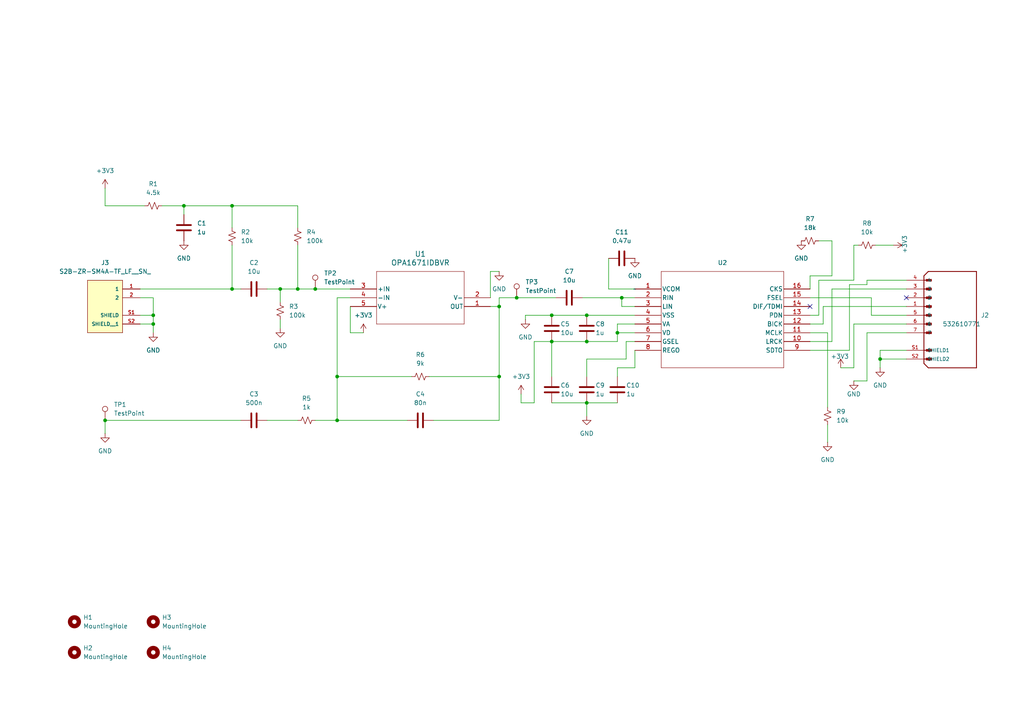
<source format=kicad_sch>
(kicad_sch (version 20231120) (generator "eeschema") (generator_version "8.0")
  (paper "A4")
  (lib_symbols
    (symbol "2024-02-15_23-46-41:OPA1671IDBVR" (pin_names (offset 0.254))
      (property "Reference" "U" (at 20.32 10.16 0))
      (property "Value" "OPA1671IDBVR" (at 20.32 7.62 0))
      (symbol "OPA1671IDBVR_0_1"
        (polyline (pts (xy 7.62 -10.16) (xy 33.02 -10.16)) (stroke (width 0.127)))
        (polyline (pts (xy 7.62 5.08) (xy 7.62 -10.16)) (stroke (width 0.127)))
        (polyline (pts (xy 33.02 -10.16) (xy 33.02 5.08)) (stroke (width 0.127)))
        (polyline (pts (xy 33.02 5.08) (xy 7.62 5.08)) (stroke (width 0.127)))
        (pin output line (at 0 0 0) (length 7.62) (name "OUT") (number "1"))
        (pin power_in line (at 0 -2.54 0) (length 7.62) (name "V-") (number "2"))
        (pin input line (at 40.64 -5.08 180) (length 7.62) (name "+IN") (number "3"))
        (pin input line (at 40.64 -2.54 180) (length 7.62) (name "-IN") (number "4"))
        (pin power_in line (at 40.64 0 180) (length 7.62) (name "V+") (number "5"))
      )
    )
    (symbol "532610771:532610771" (pin_names (offset 1.016))
      (property "Reference" "J2" (at 8.89 0 0))
      (property "Value" "532610771" (at 8.89 -2.54 0))
      (symbol "532610771_0_0"
        (rectangle (start -6.985 -13.0175) (end -5.3975 -12.3825) (stroke (width 0.1)) (fill (type outline)))
        (rectangle (start -6.985 -10.4775) (end -5.3975 -9.8425) (stroke (width 0.1)) (fill (type outline)))
        (rectangle (start -6.985 -5.3975) (end -5.3975 -4.7625) (stroke (width 0.1)) (fill (type outline)))
        (rectangle (start -6.985 -2.8575) (end -5.3975 -2.2225) (stroke (width 0.1)) (fill (type outline)))
        (rectangle (start -6.985 -0.3175) (end -5.3975 0.3175) (stroke (width 0.1)) (fill (type outline)))
        (rectangle (start -6.985 2.2225) (end -5.3975 2.8575) (stroke (width 0.1)) (fill (type outline)))
        (rectangle (start -6.985 4.7625) (end -5.3975 5.3975) (stroke (width 0.1)) (fill (type outline)))
        (rectangle (start -6.985 7.3025) (end -5.3975 7.9375) (stroke (width 0.1)) (fill (type outline)))
        (rectangle (start -6.985 9.8425) (end -5.3975 10.4775) (stroke (width 0.1)) (fill (type outline)))
        (polyline (pts (xy -7.62 -13.97) (xy -6.35 -15.24)) (stroke (width 0.254)))
        (polyline (pts (xy -7.62 -12.7) (xy -5.715 -12.7)) (stroke (width 0.254)))
        (polyline (pts (xy -7.62 -10.16) (xy -5.715 -10.16)) (stroke (width 0.254)))
        (polyline (pts (xy -7.62 -5.08) (xy -5.715 -5.08)) (stroke (width 0.254)))
        (polyline (pts (xy -7.62 -2.54) (xy -5.715 -2.54)) (stroke (width 0.254)))
        (polyline (pts (xy -7.62 0) (xy -5.715 0)) (stroke (width 0.254)))
        (polyline (pts (xy -7.62 2.54) (xy -5.715 2.54)) (stroke (width 0.254)))
        (polyline (pts (xy -7.62 5.08) (xy -5.715 5.08)) (stroke (width 0.254)))
        (polyline (pts (xy -7.62 7.62) (xy -5.715 7.62)) (stroke (width 0.254)))
        (polyline (pts (xy -7.62 10.16) (xy -5.715 10.16)) (stroke (width 0.254)))
        (polyline (pts (xy -7.62 11.43) (xy -7.62 -13.97)) (stroke (width 0.254)))
        (polyline (pts (xy -7.62 11.43) (xy -6.35 12.7)) (stroke (width 0.254)))
        (polyline (pts (xy -6.35 -15.24) (xy 7.62 -15.24)) (stroke (width 0.254)))
        (polyline (pts (xy 7.62 -15.24) (xy 7.62 12.7)) (stroke (width 0.254)))
        (polyline (pts (xy 7.62 12.7) (xy -6.35 12.7)) (stroke (width 0.254)))
        (pin passive line (at -12.7 0 0) (length 5.08) (name "5") (number "5"))
        (pin passive line (at -12.7 -2.54 0) (length 5.08) (name "6") (number "6"))
        (pin passive line (at -12.7 -5.08 0) (length 5.08) (name "7") (number "7"))
        (pin passive line (at -12.7 -10.16 0) (length 5.08) (name "SHIELD1") (number "S1"))
        (pin passive line (at -12.7 -12.7 0) (length 5.08) (name "SHIELD2") (number "S2"))
      )
      (symbol "532610771_1_0"
        (pin passive line (at -12.7 2.54 0) (length 5.08) (name "1") (number "1"))
        (pin passive line (at -12.7 5.08 0) (length 5.08) (name "2") (number "2"))
        (pin passive line (at -12.7 7.62 0) (length 5.08) (name "3") (number "3"))
        (pin passive line (at -12.7 10.16 0) (length 5.08) (name "4") (number "4"))
      )
    )
    (symbol "ADC:AK5720VT" (pin_names (offset 0.254))
      (property "Reference" "U" (at 25.4 10.16 0))
      (property "Value" "AK5720VT" (at 25.4 7.62 0))
      (symbol "AK5720VT_0_1"
        (polyline (pts (xy 7.62 -22.86) (xy 43.18 -22.86)) (stroke (width 0.127)))
        (polyline (pts (xy 7.62 5.08) (xy 7.62 -22.86)) (stroke (width 0.127)))
        (polyline (pts (xy 43.18 -22.86) (xy 43.18 5.08)) (stroke (width 0.127)))
        (polyline (pts (xy 43.18 5.08) (xy 7.62 5.08)) (stroke (width 0.127)))
        (pin unspecified line (at 0 0 0) (length 7.62) (name "VCOM") (number "1"))
        (pin unspecified line (at 50.8 -15.24 180) (length 7.62) (name "LRCK") (number "10"))
        (pin unspecified line (at 50.8 -12.7 180) (length 7.62) (name "MCLK") (number "11"))
        (pin unspecified line (at 50.8 -10.16 180) (length 7.62) (name "BICK") (number "12"))
        (pin unspecified line (at 50.8 -7.62 180) (length 7.62) (name "PDN") (number "13"))
        (pin unspecified line (at 50.8 -5.08 180) (length 7.62) (name "DIF/TDMI") (number "14"))
        (pin unspecified line (at 50.8 -2.54 180) (length 7.62) (name "FSEL") (number "15"))
        (pin unspecified line (at 50.8 0 180) (length 7.62) (name "CKS") (number "16"))
        (pin unspecified line (at 0 -2.54 0) (length 7.62) (name "RIN") (number "2"))
        (pin unspecified line (at 0 -5.08 0) (length 7.62) (name "LIN") (number "3"))
        (pin power_out line (at 0 -7.62 0) (length 7.62) (name "VSS") (number "4"))
        (pin unspecified line (at 0 -10.16 0) (length 7.62) (name "VA") (number "5"))
        (pin unspecified line (at 0 -12.7 0) (length 7.62) (name "VD") (number "6"))
        (pin unspecified line (at 0 -15.24 0) (length 7.62) (name "GSEL") (number "7"))
        (pin unspecified line (at 0 -17.78 0) (length 7.62) (name "REGO") (number "8"))
        (pin unspecified line (at 50.8 -17.78 180) (length 7.62) (name "SDTO") (number "9"))
      )
    )
    (symbol "Connector:TestPoint" (pin_numbers hide) (pin_names (offset 0.762) hide)
      (property "Reference" "TP" (at 0 6.858 0))
      (property "Value" "TestPoint" (at 0 5.08 0))
      (symbol "TestPoint_0_1"
        (circle (center 0 3.302) (radius 0.762))
      )
      (symbol "TestPoint_1_1"
        (pin passive line (at 0 0 90) (length 2.54) (name "1") (number "1"))
      )
    )
    (symbol "Device:C" (pin_numbers hide) (pin_names (offset 0.254))
      (property "Reference" "C" (at 0.635 2.54 0))
      (property "Value" "C" (at 0.635 -2.54 0))
      (symbol "C_0_1"
        (polyline (pts (xy -2.032 -0.762) (xy 2.032 -0.762)) (stroke (width 0.508)))
        (polyline (pts (xy -2.032 0.762) (xy 2.032 0.762)) (stroke (width 0.508)))
      )
      (symbol "C_1_1"
        (pin passive line (at 0 3.81 270) (length 2.794) (name "~") (number "1"))
        (pin passive line (at 0 -3.81 90) (length 2.794) (name "~") (number "2"))
      )
    )
    (symbol "Device:R_Small_US" (pin_numbers hide) (pin_names (offset 0.254) hide)
      (property "Reference" "R" (at 0.762 0.508 0))
      (property "Value" "R_Small_US" (at 0.762 -1.016 0))
      (symbol "R_Small_US_1_1"
        (polyline (pts (xy 0 0) (xy 1.016 -0.381) (xy 0 -0.762) (xy -1.016 -1.143) (xy 0 -1.524)))
        (polyline (pts (xy 0 1.524) (xy 1.016 1.143) (xy 0 0.762) (xy -1.016 0.381) (xy 0 0)))
        (pin passive line (at 0 2.54 270) (length 1.016) (name "~") (number "1"))
        (pin passive line (at 0 -2.54 90) (length 1.016) (name "~") (number "2"))
      )
    )
    (symbol "Mechanical:MountingHole" (pin_names (offset 1.016)) (exclude_from_sim yes) (in_bom no)
      (property "Reference" "H" (at 0 5.08 0))
      (property "Value" "MountingHole" (at 0 3.175 0))
      (symbol "MountingHole_0_1"
        (circle (center 0 0) (radius 1.27) (stroke (width 1.27)))
      )
    )
    (symbol "Mic Connectors:S2B-ZR-SM4A-TF_LF__SN_" (pin_names (offset 1.016))
      (property "Reference" "J" (at -5.08 8.89 0))
      (property "Value" "S2B-ZR-SM4A-TF_LF__SN_" (at -5.08 -10.16 0))
      (symbol "S2B-ZR-SM4A-TF_LF__SN__0_0"
        (rectangle (start -5.08 -7.62) (end 5.08 7.62) (stroke (width 0.1524)) (fill (type background)))
        (pin passive line (at -10.16 5.08 0) (length 5.08) (name "1") (number "1"))
        (pin passive line (at -10.16 2.54 0) (length 5.08) (name "2") (number "2"))
        (pin passive line (at -10.16 -2.54 0) (length 5.08) (name "SHIELD") (number "S1"))
        (pin passive line (at -10.16 -5.08 0) (length 5.08) (name "SHIELD__1") (number "S2"))
      )
    )
    (symbol "power:+3V3" (power) (pin_names (offset 0))
      (property "Value" "+3V3" (at 0 3.556 0))
      (symbol "+3V3_0_1"
        (polyline (pts (xy -0.762 1.27) (xy 0 2.54)))
        (polyline (pts (xy 0 0) (xy 0 2.54)))
        (polyline (pts (xy 0 2.54) (xy 0.762 1.27)))
      )
      (symbol "+3V3_1_1"
        (pin power_in line (at 0 0 90) (length 0) hide (name "+3V3") (number "1"))
      )
    )
    (symbol "power:GND" (power) (pin_numbers hide) (pin_names (offset 0) hide)
      (property "Value" "GND" (at 0 -3.81 0))
      (symbol "GND_0_1"
        (polyline (pts (xy 0 0) (xy 0 -1.27) (xy 1.27 -1.27) (xy 0 -2.54) (xy -1.27 -1.27) (xy 0 -1.27)))
      )
      (symbol "GND_1_1"
        (pin power_in line (at 0 0 270) (length 0) (name "~") (number "1"))
      )
    )
  )
  (junction (at 170.18 99.06))
  (junction (at 91.44 83.82))
  (junction (at 86.36 83.82))
  (junction (at 81.28 83.82))
  (junction (at 67.31 59.69))
  (junction (at 160.02 99.06))
  (junction (at 255.27 104.14))
  (junction (at 144.78 109.22))
  (junction (at 44.45 91.44))
  (junction (at 160.02 91.44))
  (junction (at 44.45 93.98))
  (junction (at 179.07 96.52))
  (junction (at 170.18 91.44))
  (junction (at 170.18 116.84))
  (junction (at 97.79 109.22))
  (junction (at 53.34 59.69))
  (junction (at 180.34 86.36))
  (junction (at 67.31 83.82))
  (junction (at 97.79 121.92))
  (junction (at 149.86 86.36))
  (junction (at 30.48 121.92))
  (junction (at 144.78 88.9))
  (no_connect (at 262.89 86.36))
  (no_connect (at 234.95 88.9))
  (wire (pts (xy 184.15 99.06) (xy 181.61 99.06)))
  (wire (pts (xy 254 71.12) (xy 259.08 71.12)))
  (wire (pts (xy 81.28 83.82) (xy 86.36 83.82)))
  (wire (pts (xy 179.07 99.06) (xy 170.18 99.06)))
  (wire (pts (xy 252.73 91.44) (xy 262.89 91.44)))
  (wire (pts (xy 151.13 114.3) (xy 151.13 116.84)))
  (wire (pts (xy 179.07 106.68) (xy 179.07 109.22)))
  (wire (pts (xy 240.03 96.52) (xy 240.03 118.11)))
  (wire (pts (xy 160.02 99.06) (xy 160.02 109.22)))
  (wire (pts (xy 40.64 91.44) (xy 44.45 91.44)))
  (wire (pts (xy 91.44 83.82) (xy 101.6 83.82)))
  (wire (pts (xy 234.95 96.52) (xy 240.03 96.52)))
  (wire (pts (xy 176.53 83.82) (xy 184.15 83.82)))
  (wire (pts (xy 184.15 93.98) (xy 179.07 93.98)))
  (wire (pts (xy 241.3 99.06) (xy 234.95 99.06)))
  (wire (pts (xy 41.91 59.69) (xy 30.48 59.69)))
  (wire (pts (xy 181.61 99.06) (xy 181.61 104.14)))
  (wire (pts (xy 234.95 101.6) (xy 246.38 101.6)))
  (wire (pts (xy 262.89 83.82) (xy 241.3 83.82)))
  (wire (pts (xy 251.46 96.52) (xy 262.89 96.52)))
  (wire (pts (xy 255.27 104.14) (xy 255.27 106.68)))
  (wire (pts (xy 77.47 121.92) (xy 86.36 121.92)))
  (wire (pts (xy 77.47 83.82) (xy 81.28 83.82)))
  (wire (pts (xy 119.38 109.22) (xy 97.79 109.22)))
  (wire (pts (xy 144.78 121.92) (xy 144.78 109.22)))
  (wire (pts (xy 247.65 93.98) (xy 262.89 93.98)))
  (wire (pts (xy 97.79 109.22) (xy 97.79 121.92)))
  (wire (pts (xy 46.99 59.69) (xy 53.34 59.69)))
  (wire (pts (xy 234.95 80.01) (xy 234.95 83.82)))
  (wire (pts (xy 234.95 80.01) (xy 241.3 80.01)))
  (wire (pts (xy 44.45 93.98) (xy 44.45 96.52)))
  (wire (pts (xy 144.78 109.22) (xy 144.78 88.9)))
  (wire (pts (xy 86.36 59.69) (xy 86.36 66.04)))
  (wire (pts (xy 142.24 78.74) (xy 144.78 78.74)))
  (wire (pts (xy 81.28 83.82) (xy 81.28 87.63)))
  (wire (pts (xy 105.41 96.52) (xy 101.6 96.52)))
  (wire (pts (xy 144.78 86.36) (xy 144.78 88.9)))
  (wire (pts (xy 170.18 116.84) (xy 170.18 120.65)))
  (wire (pts (xy 91.44 121.92) (xy 97.79 121.92)))
  (wire (pts (xy 160.02 116.84) (xy 170.18 116.84)))
  (wire (pts (xy 241.3 69.85) (xy 237.49 69.85)))
  (wire (pts (xy 179.07 93.98) (xy 179.07 96.52)))
  (wire (pts (xy 238.76 88.9) (xy 238.76 93.98)))
  (wire (pts (xy 101.6 86.36) (xy 97.79 86.36)))
  (wire (pts (xy 154.94 116.84) (xy 151.13 116.84)))
  (wire (pts (xy 170.18 91.44) (xy 184.15 91.44)))
  (wire (pts (xy 255.27 101.6) (xy 255.27 104.14)))
  (wire (pts (xy 181.61 104.14) (xy 170.18 104.14)))
  (wire (pts (xy 67.31 59.69) (xy 53.34 59.69)))
  (wire (pts (xy 81.28 92.71) (xy 81.28 95.25)))
  (wire (pts (xy 247.65 71.12) (xy 248.92 71.12)))
  (wire (pts (xy 176.53 74.93) (xy 176.53 83.82)))
  (wire (pts (xy 246.38 101.6) (xy 246.38 82.55)))
  (wire (pts (xy 67.31 83.82) (xy 69.85 83.82)))
  (wire (pts (xy 251.46 96.52) (xy 251.46 110.49)))
  (wire (pts (xy 40.64 86.36) (xy 44.45 86.36)))
  (wire (pts (xy 30.48 121.92) (xy 30.48 125.73)))
  (wire (pts (xy 184.15 101.6) (xy 184.15 106.68)))
  (wire (pts (xy 234.95 91.44) (xy 237.49 91.44)))
  (wire (pts (xy 243.84 106.68) (xy 247.65 106.68)))
  (wire (pts (xy 240.03 123.19) (xy 240.03 128.27)))
  (wire (pts (xy 86.36 83.82) (xy 91.44 83.82)))
  (wire (pts (xy 44.45 86.36) (xy 44.45 91.44)))
  (wire (pts (xy 101.6 96.52) (xy 101.6 88.9)))
  (wire (pts (xy 179.07 96.52) (xy 179.07 99.06)))
  (wire (pts (xy 180.34 88.9) (xy 180.34 86.36)))
  (wire (pts (xy 238.76 93.98) (xy 234.95 93.98)))
  (wire (pts (xy 241.3 80.01) (xy 241.3 69.85)))
  (wire (pts (xy 86.36 71.12) (xy 86.36 83.82)))
  (wire (pts (xy 124.46 109.22) (xy 144.78 109.22)))
  (wire (pts (xy 67.31 66.04) (xy 67.31 59.69)))
  (wire (pts (xy 241.3 83.82) (xy 241.3 99.06)))
  (wire (pts (xy 40.64 93.98) (xy 44.45 93.98)))
  (wire (pts (xy 184.15 88.9) (xy 180.34 88.9)))
  (wire (pts (xy 160.02 99.06) (xy 170.18 99.06)))
  (wire (pts (xy 30.48 54.61) (xy 30.48 59.69)))
  (wire (pts (xy 247.65 81.28) (xy 247.65 71.12)))
  (wire (pts (xy 142.24 88.9) (xy 144.78 88.9)))
  (wire (pts (xy 234.95 86.36) (xy 252.73 86.36)))
  (wire (pts (xy 247.65 110.49) (xy 251.46 110.49)))
  (wire (pts (xy 67.31 59.69) (xy 86.36 59.69)))
  (wire (pts (xy 154.94 99.06) (xy 160.02 99.06)))
  (wire (pts (xy 160.02 91.44) (xy 170.18 91.44)))
  (wire (pts (xy 262.89 101.6) (xy 255.27 101.6)))
  (wire (pts (xy 149.86 86.36) (xy 161.29 86.36)))
  (wire (pts (xy 154.94 99.06) (xy 154.94 116.84)))
  (wire (pts (xy 97.79 86.36) (xy 97.79 109.22)))
  (wire (pts (xy 255.27 104.14) (xy 262.89 104.14)))
  (wire (pts (xy 170.18 104.14) (xy 170.18 109.22)))
  (wire (pts (xy 180.34 86.36) (xy 184.15 86.36)))
  (wire (pts (xy 144.78 86.36) (xy 149.86 86.36)))
  (wire (pts (xy 170.18 116.84) (xy 179.07 116.84)))
  (wire (pts (xy 237.49 81.28) (xy 247.65 81.28)))
  (wire (pts (xy 247.65 93.98) (xy 247.65 106.68)))
  (wire (pts (xy 246.38 82.55) (xy 251.46 82.55)))
  (wire (pts (xy 251.46 82.55) (xy 251.46 81.28)))
  (wire (pts (xy 152.4 91.44) (xy 160.02 91.44)))
  (wire (pts (xy 152.4 91.44) (xy 152.4 92.71)))
  (wire (pts (xy 168.91 86.36) (xy 180.34 86.36)))
  (wire (pts (xy 252.73 86.36) (xy 252.73 91.44)))
  (wire (pts (xy 44.45 91.44) (xy 44.45 93.98)))
  (wire (pts (xy 142.24 78.74) (xy 142.24 86.36)))
  (wire (pts (xy 30.48 121.92) (xy 69.85 121.92)))
  (wire (pts (xy 125.73 121.92) (xy 144.78 121.92)))
  (wire (pts (xy 262.89 88.9) (xy 238.76 88.9)))
  (wire (pts (xy 237.49 91.44) (xy 237.49 81.28)))
  (wire (pts (xy 251.46 81.28) (xy 262.89 81.28)))
  (wire (pts (xy 184.15 96.52) (xy 179.07 96.52)))
  (wire (pts (xy 53.34 59.69) (xy 53.34 62.23)))
  (wire (pts (xy 67.31 71.12) (xy 67.31 83.82)))
  (wire (pts (xy 97.79 121.92) (xy 118.11 121.92)))
  (wire (pts (xy 40.64 83.82) (xy 67.31 83.82)))
  (wire (pts (xy 184.15 106.68) (xy 179.07 106.68)))
  (symbol (lib_id "2024-02-15_23-46-41:OPA1671IDBVR") (at 142.24 88.9 180) (unit 1)
    (property "Reference" "U1" (at 121.92 73.66 0) (effects (font (size 1.524 1.524))))
    (property "Value" "OPA1671IDBVR" (at 121.92 76.2 0) (effects (font (size 1.524 1.524))))
    (property "Footprint" "Footprints:Op-Amp" (effects (hide yes)))
    (property "Datasheet" "OPA1671IDBVR" (effects (hide yes)))
    (property "LCSC" "C1849409" (effects (hide yes)))
  )
  (symbol (lib_id "Device:R_Small_US") (at 240.03 120.65 180) (unit 1)
    (property "Reference" "R9" (at 242.57 119.3799 0) (effects (justify right)))
    (property "Value" "10k" (at 242.57 121.9199 0) (effects (justify right)))
    (property "Footprint" "Resistor_SMD:R_0805_2012Metric" (effects (hide yes)))
    (property "LCSC" "C110775" (effects (hide yes)))
  )
  (symbol (lib_id "Mechanical:MountingHole") (at 21.59 189.23 0) (unit 1) (exclude_from_sim yes) (in_bom no)
    (property "Reference" "H2" (at 24.13 187.9599 0) (effects (justify left)))
    (property "Value" "MountingHole" (at 24.13 190.4999 0) (effects (justify left)))
    (property "Footprint" "MountingHole:MountingHole_3.2mm_M3" (effects (hide yes)))
    (property "Description" "Mounting Hole without connection" (effects (hide yes)))
  )
  (symbol (lib_id "532610771:532610771") (at 275.59 91.44 0) (unit 1)
    (property "Reference" "J2" (at 284.48 91.44 0) (effects (justify left)))
    (property "Value" "532610771" (at 284.48 93.98 0) (effects (justify right)))
    (property "Footprint" "Footprints:MOLEX_connector" (effects (hide yes)))
    (property "Description" "Picoblade Connector, 7 Circuit Single Row, Right Angle Surface Mount SMT PCB" (effects (hide yes)))
    (property "DigiKey_Part_Number" "WM7625TR-ND" (effects (hide yes)))
    (property "MF" "Molex" (effects (hide yes)))
    (property "MAXIMUM_PACKAGE_HEIGHT" "3.4 mm" (effects (hide yes)))
    (property "Package" "None" (effects (hide yes)))
    (property "Check_prices" "https://www.snapeda.com/parts/0532610771/Molex/view-part/?ref=eda" (effects (hide yes)))
    (property "STANDARD" "Manufacturer Recommendations" (effects (hide yes)))
    (property "PARTREV" "J" (effects (hide yes)))
    (property "SnapEDA_Link" "https://www.snapeda.com/parts/0532610771/Molex/view-part/?ref=snap" (effects (hide yes)))
    (property "MP" "0532610771" (effects (hide yes)))
    (property "Purchase-URL" "https://www.snapeda.com/api/url_track_click_mouser/?unipart_id=577144&manufacturer=Molex&part_name=0532610771&search_term=None" (effects (hide yes)))
    (property "MANUFACTURER" "Molex" (effects (hide yes)))
    (property "LCSC" "C505276" (effects (hide yes)))
  )
  (symbol (lib_id "Device:R_Small_US") (at 81.28 90.17 0) (unit 1)
    (property "Reference" "R3" (at 83.82 88.9 0) (effects (justify left)))
    (property "Value" "100k" (at 83.82 91.44 0) (effects (justify left)))
    (property "Footprint" "Resistor_SMD:R_0805_2012Metric" (effects (hide yes)))
    (property "LCSC" "C96346" (effects (hide yes)))
  )
  (symbol (lib_id "power:GND") (at 240.03 128.27 0) (unit 1)
    (property "Reference" "#PWR02" (effects (hide yes)))
    (property "Value" "GND" (at 240.03 133.35 0))
    (property "Description" "Power symbol creates a global label with name \"GND\" , ground" (effects (hide yes)))
  )
  (symbol (lib_id "power:GND") (at 81.28 95.25 0) (unit 1)
    (property "Reference" "#PWR07" (effects (hide yes)))
    (property "Value" "GND" (at 81.28 100.33 0))
  )
  (symbol (lib_id "Device:R_Small_US") (at 86.36 68.58 0) (unit 1)
    (property "Reference" "R4" (at 88.9 67.31 0) (effects (justify left)))
    (property "Value" "100k" (at 88.9 69.85 0) (effects (justify left)))
    (property "Footprint" "Resistor_SMD:R_0805_2012Metric" (effects (hide yes)))
    (property "LCSC" "C96346" (effects (hide yes)))
  )
  (symbol (lib_id "Device:C") (at 53.34 66.04 0) (unit 1)
    (property "Reference" "C1" (at 57.15 64.7699 0) (effects (justify left)))
    (property "Value" "1u" (at 57.15 67.3099 0) (effects (justify left)))
    (property "Footprint" "Capacitor_SMD:C_0805_2012Metric" (effects (hide yes)))
    (property "LCSC" "C519973" (effects (hide yes)))
  )
  (symbol (lib_id "Mechanical:MountingHole") (at 44.45 189.23 0) (unit 1) (exclude_from_sim yes) (in_bom no)
    (property "Reference" "H4" (at 46.99 187.9599 0) (effects (justify left)))
    (property "Value" "MountingHole" (at 46.99 190.4999 0) (effects (justify left)))
    (property "Footprint" "MountingHole:MountingHole_3.2mm_M3" (effects (hide yes)))
    (property "Description" "Mounting Hole without connection" (effects (hide yes)))
  )
  (symbol (lib_id "Connector:TestPoint") (at 91.44 83.82 0) (unit 1)
    (property "Reference" "TP2" (at 93.98 79.248 0) (effects (justify left)))
    (property "Value" "TestPoint" (at 93.98 81.788 0) (effects (justify left)))
    (property "Footprint" "TestPoint:TestPoint_Pad_D1.0mm" (effects (hide yes)))
  )
  (symbol (lib_id "Mechanical:MountingHole") (at 44.45 180.34 0) (unit 1) (exclude_from_sim yes) (in_bom no)
    (property "Reference" "H3" (at 46.99 179.0699 0) (effects (justify left)))
    (property "Value" "MountingHole" (at 46.99 181.6099 0) (effects (justify left)))
    (property "Footprint" "MountingHole:MountingHole_3.2mm_M3" (effects (hide yes)))
    (property "Description" "Mounting Hole without connection" (effects (hide yes)))
  )
  (symbol (lib_id "power:GND") (at 53.34 69.85 0) (unit 1)
    (property "Reference" "#PWR06" (effects (hide yes)))
    (property "Value" "GND" (at 53.34 74.93 0))
  )
  (symbol (lib_id "Device:R_Small_US") (at 44.45 59.69 270) (unit 1)
    (property "Reference" "R1" (at 44.45 53.34 90))
    (property "Value" "4.5k" (at 44.45 55.88 90))
    (property "Footprint" "Resistor_SMD:R_0805_2012Metric" (effects (hide yes)))
    (property "LCSC" "C865529" (effects (hide yes)))
  )
  (symbol (lib_id "Device:R_Small_US") (at 67.31 68.58 0) (unit 1)
    (property "Reference" "R2" (at 69.85 67.31 0) (effects (justify left)))
    (property "Value" "10k" (at 69.85 69.85 0) (effects (justify left)))
    (property "Footprint" "Resistor_SMD:R_0805_2012Metric" (effects (hide yes)))
    (property "LCSC" "C110775" (effects (hide yes)))
  )
  (symbol (lib_id "power:+3V3") (at 105.41 96.52 0) (unit 1)
    (property "Reference" "#PWR08" (effects (hide yes)))
    (property "Value" "+3V3" (at 105.41 91.44 0))
  )
  (symbol (lib_id "power:GND") (at 30.48 125.73 0) (unit 1)
    (property "Reference" "#PWR04" (effects (hide yes)))
    (property "Value" "GND" (at 30.48 130.81 0))
  )
  (symbol (lib_id "Device:C") (at 180.34 74.93 90) (unit 1)
    (property "Reference" "C11" (at 180.34 67.31 90))
    (property "Value" "0.47u" (at 180.34 69.85 90))
    (property "Footprint" "Capacitor_SMD:C_0805_2012Metric" (effects (hide yes)))
    (property "LCSC" "C519977" (effects (hide yes)))
  )
  (symbol (lib_id "Mic Connectors:S2B-ZR-SM4A-TF_LF__SN_") (at 30.48 88.9 0) (mirror y) (unit 1)
    (property "Reference" "J3" (at 30.48 76.2 0))
    (property "Value" "S2B-ZR-SM4A-TF_LF__SN_" (at 30.48 78.74 0))
    (property "Footprint" "Footprints:Mic_Conn" (effects (hide yes)))
    (property "PARTREV" "N/A" (effects (hide yes)))
    (property "MF" "JST" (effects (hide yes)))
    (property "STANDARD" "Manufacturer Recommendations" (effects (hide yes)))
    (property "LCSC" "C265329" (effects (hide yes)))
  )
  (symbol (lib_id "ADC:AK5720VT") (at 184.15 83.82 0) (unit 1)
    (property "Reference" "U2" (at 209.55 76.2 0))
    (property "Value" "~" (at 184.15 83.82 0))
    (property "Footprint" "Footprints:ADC" (effects (hide yes)))
    (property "Datasheet" "AK5720VT" (effects (hide yes)))
    (property "LCSC" "C1519002" (effects (hide yes)))
  )
  (symbol (lib_id "Device:C") (at 121.92 121.92 90) (unit 1)
    (property "Reference" "C4" (at 121.92 114.3 90))
    (property "Value" "80n" (at 121.92 116.84 90))
    (property "Footprint" "Capacitor_SMD:C_0805_2012Metric" (effects (hide yes)))
    (property "LCSC" "C3857194" (effects (hide yes)))
  )
  (symbol (lib_id "power:GND") (at 232.41 69.85 0) (unit 1)
    (property "Reference" "#PWR014" (effects (hide yes)))
    (property "Value" "GND" (at 232.41 74.93 0))
  )
  (symbol (lib_id "Device:C") (at 165.1 86.36 90) (unit 1)
    (property "Reference" "C7" (at 165.1 78.74 90))
    (property "Value" "10u" (at 165.1 81.28 90))
    (property "Footprint" "Capacitor_SMD:C_0805_2012Metric" (effects (hide yes)))
    (property "LCSC" "C88484" (effects (hide yes)))
  )
  (symbol (lib_id "power:GND") (at 44.45 96.52 0) (unit 1)
    (property "Reference" "#PWR05" (effects (hide yes)))
    (property "Value" "GND" (at 44.45 101.6 0))
  )
  (symbol (lib_id "power:GND") (at 247.65 110.49 0) (unit 1)
    (property "Reference" "#PWR016" (effects (hide yes)))
    (property "Value" "GND" (at 247.65 114.3 0))
  )
  (symbol (lib_id "power:+3V3") (at 243.84 106.68 0) (unit 1)
    (property "Reference" "#PWR015" (effects (hide yes)))
    (property "Value" "+3V3" (at 243.586 103.378 0))
  )
  (symbol (lib_id "power:GND") (at 152.4 92.71 0) (unit 1)
    (property "Reference" "#PWR011" (effects (hide yes)))
    (property "Value" "GND" (at 152.4 97.79 0))
  )
  (symbol (lib_id "power:+3V3") (at 151.13 114.3 0) (unit 1)
    (property "Reference" "#PWR010" (effects (hide yes)))
    (property "Value" "+3V3" (at 151.13 109.22 0))
  )
  (symbol (lib_id "Connector:TestPoint") (at 149.86 86.36 0) (unit 1)
    (property "Reference" "TP3" (at 152.4 81.788 0) (effects (justify left)))
    (property "Value" "TestPoint" (at 152.4 84.328 0) (effects (justify left)))
    (property "Footprint" "TestPoint:TestPoint_Pad_D1.0mm" (effects (hide yes)))
  )
  (symbol (lib_id "Device:C") (at 73.66 83.82 90) (unit 1)
    (property "Reference" "C2" (at 73.66 76.2 90))
    (property "Value" "10u" (at 73.66 78.74 90))
    (property "Footprint" "Capacitor_SMD:C_0805_2012Metric" (effects (hide yes)))
    (property "LCSC" "C88484" (effects (hide yes)))
  )
  (symbol (lib_id "Device:R_Small_US") (at 234.95 69.85 90) (unit 1)
    (property "Reference" "R7" (at 234.95 63.5 90))
    (property "Value" "18k" (at 234.95 66.04 90))
    (property "Footprint" "Resistor_SMD:R_0805_2012Metric" (effects (hide yes)))
    (property "LCSC" "C137468" (effects (hide yes)))
  )
  (symbol (lib_id "Device:R_Small_US") (at 121.92 109.22 270) (unit 1)
    (property "Reference" "R6" (at 121.92 102.87 90))
    (property "Value" "9k" (at 121.92 105.41 90))
    (property "Footprint" "Resistor_SMD:R_0805_2012Metric" (effects (hide yes)))
    (property "LCSC" "C868262" (effects (hide yes)))
  )
  (symbol (lib_id "Device:R_Small_US") (at 88.9 121.92 270) (unit 1)
    (property "Reference" "R5" (at 88.9 115.57 90))
    (property "Value" "1k" (at 88.9 118.11 90))
    (property "Footprint" "Resistor_SMD:R_0805_2012Metric" (effects (hide yes)))
    (property "LCSC" "C95781" (effects (hide yes)))
  )
  (symbol (lib_id "Device:C") (at 170.18 95.25 0) (unit 1)
    (property "Reference" "C8" (at 172.72 93.98 0) (effects (justify left)))
    (property "Value" "1u" (at 172.72 96.52 0) (effects (justify left)))
    (property "Footprint" "Capacitor_SMD:C_0805_2012Metric" (effects (hide yes)))
    (property "LCSC" "C519973" (effects (hide yes)))
  )
  (symbol (lib_id "Device:C") (at 73.66 121.92 90) (unit 1)
    (property "Reference" "C3" (at 73.66 114.3 90))
    (property "Value" "500n" (at 73.66 116.84 90))
    (property "Footprint" "Capacitor_SMD:C_0805_2012Metric" (effects (hide yes)))
    (property "LCSC" "C576434" (effects (hide yes)))
  )
  (symbol (lib_id "Device:C") (at 160.02 95.25 0) (unit 1)
    (property "Reference" "C5" (at 162.56 93.98 0) (effects (justify left)))
    (property "Value" "10u" (at 162.56 96.52 0) (effects (justify left)))
    (property "Footprint" "Capacitor_SMD:C_0805_2012Metric" (effects (hide yes)))
    (property "LCSC" "C88484" (effects (hide yes)))
  )
  (symbol (lib_id "power:GND") (at 144.78 78.74 0) (unit 1)
    (property "Reference" "#PWR09" (effects (hide yes)))
    (property "Value" "GND" (at 144.78 83.82 0))
  )
  (symbol (lib_id "power:GND") (at 184.15 74.93 0) (unit 1)
    (property "Reference" "#PWR013" (effects (hide yes)))
    (property "Value" "GND" (at 184.15 80.01 0))
  )
  (symbol (lib_id "power:+3V3") (at 259.08 71.12 270) (unit 1)
    (property "Reference" "#PWR01" (effects (hide yes)))
    (property "Value" "+3V3" (at 262.382 70.866 0))
  )
  (symbol (lib_id "power:GND") (at 170.18 120.65 0) (unit 1)
    (property "Reference" "#PWR012" (effects (hide yes)))
    (property "Value" "GND" (at 170.18 125.73 0))
  )
  (symbol (lib_id "power:GND") (at 255.27 106.68 0) (unit 1)
    (property "Reference" "#PWR017" (effects (hide yes)))
    (property "Value" "GND" (at 255.27 111.76 0))
  )
  (symbol (lib_id "Device:R_Small_US") (at 251.46 71.12 90) (unit 1)
    (property "Reference" "R8" (at 251.46 64.77 90))
    (property "Value" "10k" (at 251.46 67.31 90))
    (property "Footprint" "Resistor_SMD:R_0805_2012Metric" (effects (hide yes)))
    (property "LCSC" "C110775" (effects (hide yes)))
  )
  (symbol (lib_id "Device:C") (at 160.02 113.03 0) (unit 1)
    (property "Reference" "C6" (at 162.56 111.76 0) (effects (justify left)))
    (property "Value" "10u" (at 162.56 114.3 0) (effects (justify left)))
    (property "Footprint" "Capacitor_SMD:C_0805_2012Metric" (effects (hide yes)))
    (property "LCSC" "C88484" (effects (hide yes)))
  )
  (symbol (lib_id "Connector:TestPoint") (at 30.48 121.92 0) (unit 1)
    (property "Reference" "TP1" (at 33.02 117.348 0) (effects (justify left)))
    (property "Value" "TestPoint" (at 33.02 119.888 0) (effects (justify left)))
    (property "Footprint" "TestPoint:TestPoint_Pad_D1.0mm" (effects (hide yes)))
  )
  (symbol (lib_id "Device:C") (at 170.18 113.03 0) (unit 1)
    (property "Reference" "C9" (at 172.72 111.76 0) (effects (justify left)))
    (property "Value" "1u" (at 172.72 114.3 0) (effects (justify left)))
    (property "Footprint" "Capacitor_SMD:C_0805_2012Metric" (effects (hide yes)))
    (property "LCSC" "C519973" (effects (hide yes)))
  )
  (symbol (lib_id "power:+3V3") (at 30.48 54.61 0) (unit 1)
    (property "Reference" "#PWR03" (effects (hide yes)))
    (property "Value" "+3V3" (at 30.48 49.53 0))
  )
  (symbol (lib_id "Device:C") (at 179.07 113.03 0) (unit 1)
    (property "Reference" "C10" (at 181.61 111.76 0) (effects (justify left)))
    (property "Value" "1u" (at 181.61 114.3 0) (effects (justify left)))
    (property "Footprint" "Capacitor_SMD:C_0805_2012Metric" (effects (hide yes)))
    (property "LCSC" "C519973" (effects (hide yes)))
  )
  (symbol (lib_id "Mechanical:MountingHole") (at 21.59 180.34 0) (unit 1) (exclude_from_sim yes) (in_bom no)
    (property "Reference" "H1" (at 24.13 179.0699 0) (effects (justify left)))
    (property "Value" "MountingHole" (at 24.13 181.6099 0) (effects (justify left)))
    (property "Footprint" "MountingHole:MountingHole_3.2mm_M3" (effects (hide yes)))
    (property "Description" "Mounting Hole without connection" (effects (hide yes)))
  )
)
</source>
